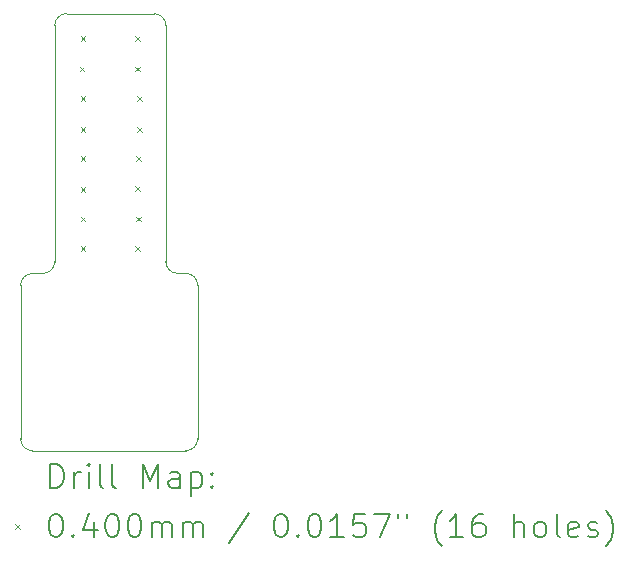
<source format=gbr>
%TF.GenerationSoftware,KiCad,Pcbnew,(6.0.11)*%
%TF.CreationDate,2023-12-04T14:39:34+00:00*%
%TF.ProjectId,EcoIDSolder,45636f49-4453-46f6-9c64-65722e6b6963,rev?*%
%TF.SameCoordinates,Original*%
%TF.FileFunction,Drillmap*%
%TF.FilePolarity,Positive*%
%FSLAX45Y45*%
G04 Gerber Fmt 4.5, Leading zero omitted, Abs format (unit mm)*
G04 Created by KiCad (PCBNEW (6.0.11)) date 2023-12-04 14:39:34*
%MOMM*%
%LPD*%
G01*
G04 APERTURE LIST*
%ADD10C,0.100000*%
%ADD11C,0.200000*%
%ADD12C,0.040000*%
G04 APERTURE END LIST*
D10*
X14200000Y-9180000D02*
G75*
G03*
X14300000Y-9080000I0J100000D01*
G01*
X15240000Y-7080000D02*
G75*
G03*
X15140000Y-6980000I-100000J0D01*
G01*
X14400000Y-6980000D02*
G75*
G03*
X14300000Y-7080000I0J-100000D01*
G01*
X14110711Y-9180711D02*
G75*
G03*
X14010711Y-9280711I0J-100000D01*
G01*
X15240000Y-9080000D02*
G75*
G03*
X15340000Y-9180000I100000J0D01*
G01*
X15510000Y-9280000D02*
G75*
G03*
X15410000Y-9180000I-100000J0D01*
G01*
X15410000Y-10680000D02*
G75*
G03*
X15510000Y-10580000I0J100000D01*
G01*
X14010000Y-10580000D02*
G75*
G03*
X14110000Y-10680000I100000J0D01*
G01*
X15340000Y-9180000D02*
X15410000Y-9180000D01*
X15510000Y-9280000D02*
X15510000Y-10580000D01*
X14110000Y-10680000D02*
X15410000Y-10680000D01*
X14010711Y-9280711D02*
X14010000Y-10580000D01*
X14200000Y-9180000D02*
X14110711Y-9180711D01*
X15240000Y-7080000D02*
X15240000Y-9080000D01*
X14300000Y-9080000D02*
X14300000Y-7080000D01*
X14400000Y-6980000D02*
X15140000Y-6980000D01*
D11*
D12*
X14510000Y-7430000D02*
X14550000Y-7470000D01*
X14550000Y-7430000D02*
X14510000Y-7470000D01*
X14520000Y-7170000D02*
X14560000Y-7210000D01*
X14560000Y-7170000D02*
X14520000Y-7210000D01*
X14520000Y-7680000D02*
X14560000Y-7720000D01*
X14560000Y-7680000D02*
X14520000Y-7720000D01*
X14520000Y-7940000D02*
X14560000Y-7980000D01*
X14560000Y-7940000D02*
X14520000Y-7980000D01*
X14520000Y-8190000D02*
X14560000Y-8230000D01*
X14560000Y-8190000D02*
X14520000Y-8230000D01*
X14520000Y-8450000D02*
X14560000Y-8490000D01*
X14560000Y-8450000D02*
X14520000Y-8490000D01*
X14520000Y-8700000D02*
X14560000Y-8740000D01*
X14560000Y-8700000D02*
X14520000Y-8740000D01*
X14520000Y-8950000D02*
X14560000Y-8990000D01*
X14560000Y-8950000D02*
X14520000Y-8990000D01*
X14980000Y-7170000D02*
X15020000Y-7210000D01*
X15020000Y-7170000D02*
X14980000Y-7210000D01*
X14980000Y-7430000D02*
X15020000Y-7470000D01*
X15020000Y-7430000D02*
X14980000Y-7470000D01*
X14980000Y-8440000D02*
X15020000Y-8480000D01*
X15020000Y-8440000D02*
X14980000Y-8480000D01*
X14980000Y-8950000D02*
X15020000Y-8990000D01*
X15020000Y-8950000D02*
X14980000Y-8990000D01*
X14990000Y-8190000D02*
X15030000Y-8230000D01*
X15030000Y-8190000D02*
X14990000Y-8230000D01*
X14990000Y-8700000D02*
X15030000Y-8740000D01*
X15030000Y-8700000D02*
X14990000Y-8740000D01*
X15000000Y-7680000D02*
X15040000Y-7720000D01*
X15040000Y-7680000D02*
X15000000Y-7720000D01*
X15000000Y-7940000D02*
X15040000Y-7980000D01*
X15040000Y-7940000D02*
X15000000Y-7980000D01*
D11*
X14262619Y-10995476D02*
X14262619Y-10795476D01*
X14310238Y-10795476D01*
X14338809Y-10805000D01*
X14357857Y-10824048D01*
X14367381Y-10843095D01*
X14376905Y-10881190D01*
X14376905Y-10909762D01*
X14367381Y-10947857D01*
X14357857Y-10966905D01*
X14338809Y-10985952D01*
X14310238Y-10995476D01*
X14262619Y-10995476D01*
X14462619Y-10995476D02*
X14462619Y-10862143D01*
X14462619Y-10900238D02*
X14472143Y-10881190D01*
X14481667Y-10871667D01*
X14500714Y-10862143D01*
X14519762Y-10862143D01*
X14586428Y-10995476D02*
X14586428Y-10862143D01*
X14586428Y-10795476D02*
X14576905Y-10805000D01*
X14586428Y-10814524D01*
X14595952Y-10805000D01*
X14586428Y-10795476D01*
X14586428Y-10814524D01*
X14710238Y-10995476D02*
X14691190Y-10985952D01*
X14681667Y-10966905D01*
X14681667Y-10795476D01*
X14815000Y-10995476D02*
X14795952Y-10985952D01*
X14786428Y-10966905D01*
X14786428Y-10795476D01*
X15043571Y-10995476D02*
X15043571Y-10795476D01*
X15110238Y-10938333D01*
X15176905Y-10795476D01*
X15176905Y-10995476D01*
X15357857Y-10995476D02*
X15357857Y-10890714D01*
X15348333Y-10871667D01*
X15329286Y-10862143D01*
X15291190Y-10862143D01*
X15272143Y-10871667D01*
X15357857Y-10985952D02*
X15338809Y-10995476D01*
X15291190Y-10995476D01*
X15272143Y-10985952D01*
X15262619Y-10966905D01*
X15262619Y-10947857D01*
X15272143Y-10928810D01*
X15291190Y-10919286D01*
X15338809Y-10919286D01*
X15357857Y-10909762D01*
X15453095Y-10862143D02*
X15453095Y-11062143D01*
X15453095Y-10871667D02*
X15472143Y-10862143D01*
X15510238Y-10862143D01*
X15529286Y-10871667D01*
X15538809Y-10881190D01*
X15548333Y-10900238D01*
X15548333Y-10957381D01*
X15538809Y-10976429D01*
X15529286Y-10985952D01*
X15510238Y-10995476D01*
X15472143Y-10995476D01*
X15453095Y-10985952D01*
X15634048Y-10976429D02*
X15643571Y-10985952D01*
X15634048Y-10995476D01*
X15624524Y-10985952D01*
X15634048Y-10976429D01*
X15634048Y-10995476D01*
X15634048Y-10871667D02*
X15643571Y-10881190D01*
X15634048Y-10890714D01*
X15624524Y-10881190D01*
X15634048Y-10871667D01*
X15634048Y-10890714D01*
D12*
X13965000Y-11305000D02*
X14005000Y-11345000D01*
X14005000Y-11305000D02*
X13965000Y-11345000D01*
D11*
X14300714Y-11215476D02*
X14319762Y-11215476D01*
X14338809Y-11225000D01*
X14348333Y-11234524D01*
X14357857Y-11253571D01*
X14367381Y-11291667D01*
X14367381Y-11339286D01*
X14357857Y-11377381D01*
X14348333Y-11396428D01*
X14338809Y-11405952D01*
X14319762Y-11415476D01*
X14300714Y-11415476D01*
X14281667Y-11405952D01*
X14272143Y-11396428D01*
X14262619Y-11377381D01*
X14253095Y-11339286D01*
X14253095Y-11291667D01*
X14262619Y-11253571D01*
X14272143Y-11234524D01*
X14281667Y-11225000D01*
X14300714Y-11215476D01*
X14453095Y-11396428D02*
X14462619Y-11405952D01*
X14453095Y-11415476D01*
X14443571Y-11405952D01*
X14453095Y-11396428D01*
X14453095Y-11415476D01*
X14634048Y-11282143D02*
X14634048Y-11415476D01*
X14586428Y-11205952D02*
X14538809Y-11348809D01*
X14662619Y-11348809D01*
X14776905Y-11215476D02*
X14795952Y-11215476D01*
X14815000Y-11225000D01*
X14824524Y-11234524D01*
X14834048Y-11253571D01*
X14843571Y-11291667D01*
X14843571Y-11339286D01*
X14834048Y-11377381D01*
X14824524Y-11396428D01*
X14815000Y-11405952D01*
X14795952Y-11415476D01*
X14776905Y-11415476D01*
X14757857Y-11405952D01*
X14748333Y-11396428D01*
X14738809Y-11377381D01*
X14729286Y-11339286D01*
X14729286Y-11291667D01*
X14738809Y-11253571D01*
X14748333Y-11234524D01*
X14757857Y-11225000D01*
X14776905Y-11215476D01*
X14967381Y-11215476D02*
X14986428Y-11215476D01*
X15005476Y-11225000D01*
X15015000Y-11234524D01*
X15024524Y-11253571D01*
X15034048Y-11291667D01*
X15034048Y-11339286D01*
X15024524Y-11377381D01*
X15015000Y-11396428D01*
X15005476Y-11405952D01*
X14986428Y-11415476D01*
X14967381Y-11415476D01*
X14948333Y-11405952D01*
X14938809Y-11396428D01*
X14929286Y-11377381D01*
X14919762Y-11339286D01*
X14919762Y-11291667D01*
X14929286Y-11253571D01*
X14938809Y-11234524D01*
X14948333Y-11225000D01*
X14967381Y-11215476D01*
X15119762Y-11415476D02*
X15119762Y-11282143D01*
X15119762Y-11301190D02*
X15129286Y-11291667D01*
X15148333Y-11282143D01*
X15176905Y-11282143D01*
X15195952Y-11291667D01*
X15205476Y-11310714D01*
X15205476Y-11415476D01*
X15205476Y-11310714D02*
X15215000Y-11291667D01*
X15234048Y-11282143D01*
X15262619Y-11282143D01*
X15281667Y-11291667D01*
X15291190Y-11310714D01*
X15291190Y-11415476D01*
X15386428Y-11415476D02*
X15386428Y-11282143D01*
X15386428Y-11301190D02*
X15395952Y-11291667D01*
X15415000Y-11282143D01*
X15443571Y-11282143D01*
X15462619Y-11291667D01*
X15472143Y-11310714D01*
X15472143Y-11415476D01*
X15472143Y-11310714D02*
X15481667Y-11291667D01*
X15500714Y-11282143D01*
X15529286Y-11282143D01*
X15548333Y-11291667D01*
X15557857Y-11310714D01*
X15557857Y-11415476D01*
X15948333Y-11205952D02*
X15776905Y-11463095D01*
X16205476Y-11215476D02*
X16224524Y-11215476D01*
X16243571Y-11225000D01*
X16253095Y-11234524D01*
X16262619Y-11253571D01*
X16272143Y-11291667D01*
X16272143Y-11339286D01*
X16262619Y-11377381D01*
X16253095Y-11396428D01*
X16243571Y-11405952D01*
X16224524Y-11415476D01*
X16205476Y-11415476D01*
X16186428Y-11405952D01*
X16176905Y-11396428D01*
X16167381Y-11377381D01*
X16157857Y-11339286D01*
X16157857Y-11291667D01*
X16167381Y-11253571D01*
X16176905Y-11234524D01*
X16186428Y-11225000D01*
X16205476Y-11215476D01*
X16357857Y-11396428D02*
X16367381Y-11405952D01*
X16357857Y-11415476D01*
X16348333Y-11405952D01*
X16357857Y-11396428D01*
X16357857Y-11415476D01*
X16491190Y-11215476D02*
X16510238Y-11215476D01*
X16529286Y-11225000D01*
X16538809Y-11234524D01*
X16548333Y-11253571D01*
X16557857Y-11291667D01*
X16557857Y-11339286D01*
X16548333Y-11377381D01*
X16538809Y-11396428D01*
X16529286Y-11405952D01*
X16510238Y-11415476D01*
X16491190Y-11415476D01*
X16472143Y-11405952D01*
X16462619Y-11396428D01*
X16453095Y-11377381D01*
X16443571Y-11339286D01*
X16443571Y-11291667D01*
X16453095Y-11253571D01*
X16462619Y-11234524D01*
X16472143Y-11225000D01*
X16491190Y-11215476D01*
X16748333Y-11415476D02*
X16634048Y-11415476D01*
X16691190Y-11415476D02*
X16691190Y-11215476D01*
X16672143Y-11244048D01*
X16653095Y-11263095D01*
X16634048Y-11272619D01*
X16929286Y-11215476D02*
X16834048Y-11215476D01*
X16824524Y-11310714D01*
X16834048Y-11301190D01*
X16853095Y-11291667D01*
X16900714Y-11291667D01*
X16919762Y-11301190D01*
X16929286Y-11310714D01*
X16938810Y-11329762D01*
X16938810Y-11377381D01*
X16929286Y-11396428D01*
X16919762Y-11405952D01*
X16900714Y-11415476D01*
X16853095Y-11415476D01*
X16834048Y-11405952D01*
X16824524Y-11396428D01*
X17005476Y-11215476D02*
X17138810Y-11215476D01*
X17053095Y-11415476D01*
X17205476Y-11215476D02*
X17205476Y-11253571D01*
X17281667Y-11215476D02*
X17281667Y-11253571D01*
X17576905Y-11491667D02*
X17567381Y-11482143D01*
X17548333Y-11453571D01*
X17538810Y-11434524D01*
X17529286Y-11405952D01*
X17519762Y-11358333D01*
X17519762Y-11320238D01*
X17529286Y-11272619D01*
X17538810Y-11244048D01*
X17548333Y-11225000D01*
X17567381Y-11196428D01*
X17576905Y-11186905D01*
X17757857Y-11415476D02*
X17643571Y-11415476D01*
X17700714Y-11415476D02*
X17700714Y-11215476D01*
X17681667Y-11244048D01*
X17662619Y-11263095D01*
X17643571Y-11272619D01*
X17929286Y-11215476D02*
X17891190Y-11215476D01*
X17872143Y-11225000D01*
X17862619Y-11234524D01*
X17843571Y-11263095D01*
X17834048Y-11301190D01*
X17834048Y-11377381D01*
X17843571Y-11396428D01*
X17853095Y-11405952D01*
X17872143Y-11415476D01*
X17910238Y-11415476D01*
X17929286Y-11405952D01*
X17938810Y-11396428D01*
X17948333Y-11377381D01*
X17948333Y-11329762D01*
X17938810Y-11310714D01*
X17929286Y-11301190D01*
X17910238Y-11291667D01*
X17872143Y-11291667D01*
X17853095Y-11301190D01*
X17843571Y-11310714D01*
X17834048Y-11329762D01*
X18186429Y-11415476D02*
X18186429Y-11215476D01*
X18272143Y-11415476D02*
X18272143Y-11310714D01*
X18262619Y-11291667D01*
X18243571Y-11282143D01*
X18215000Y-11282143D01*
X18195952Y-11291667D01*
X18186429Y-11301190D01*
X18395952Y-11415476D02*
X18376905Y-11405952D01*
X18367381Y-11396428D01*
X18357857Y-11377381D01*
X18357857Y-11320238D01*
X18367381Y-11301190D01*
X18376905Y-11291667D01*
X18395952Y-11282143D01*
X18424524Y-11282143D01*
X18443571Y-11291667D01*
X18453095Y-11301190D01*
X18462619Y-11320238D01*
X18462619Y-11377381D01*
X18453095Y-11396428D01*
X18443571Y-11405952D01*
X18424524Y-11415476D01*
X18395952Y-11415476D01*
X18576905Y-11415476D02*
X18557857Y-11405952D01*
X18548333Y-11386905D01*
X18548333Y-11215476D01*
X18729286Y-11405952D02*
X18710238Y-11415476D01*
X18672143Y-11415476D01*
X18653095Y-11405952D01*
X18643571Y-11386905D01*
X18643571Y-11310714D01*
X18653095Y-11291667D01*
X18672143Y-11282143D01*
X18710238Y-11282143D01*
X18729286Y-11291667D01*
X18738810Y-11310714D01*
X18738810Y-11329762D01*
X18643571Y-11348809D01*
X18815000Y-11405952D02*
X18834048Y-11415476D01*
X18872143Y-11415476D01*
X18891190Y-11405952D01*
X18900714Y-11386905D01*
X18900714Y-11377381D01*
X18891190Y-11358333D01*
X18872143Y-11348809D01*
X18843571Y-11348809D01*
X18824524Y-11339286D01*
X18815000Y-11320238D01*
X18815000Y-11310714D01*
X18824524Y-11291667D01*
X18843571Y-11282143D01*
X18872143Y-11282143D01*
X18891190Y-11291667D01*
X18967381Y-11491667D02*
X18976905Y-11482143D01*
X18995952Y-11453571D01*
X19005476Y-11434524D01*
X19015000Y-11405952D01*
X19024524Y-11358333D01*
X19024524Y-11320238D01*
X19015000Y-11272619D01*
X19005476Y-11244048D01*
X18995952Y-11225000D01*
X18976905Y-11196428D01*
X18967381Y-11186905D01*
M02*

</source>
